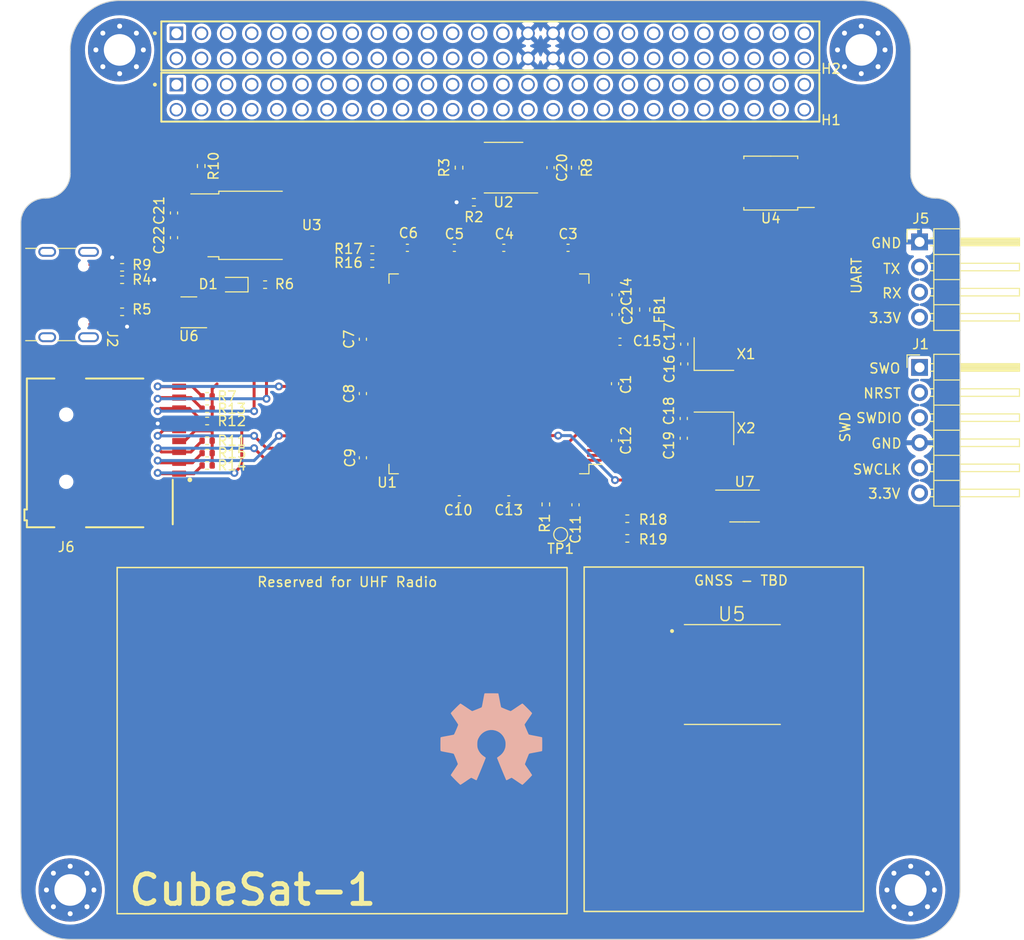
<source format=kicad_pcb>
(kicad_pcb (version 20221018) (generator pcbnew)
  (layers (0 "F.Cu" signal) (31 "B.Cu" power) (34 "B.Paste" user) (35 "F.Paste" user) (36 "B.SilkS" user "B.Silkscreen") (37 "F.SilkS" user "F.Silkscreen") (38 "B.Mask" user) (39 "F.Mask" user) (44 "Edge.Cuts" user))
  (net 0 "")
  (net 1 "VDD")
  (net 2 "GND")
  (net 3 "VDDA")
  (net 4 "/Sheet: Microcontroller/NRST")
  (net 5 "/Sheet: Microcontroller/PH0")
  (net 6 "/Sheet: Microcontroller/PH1")
  (net 7 "Net-(U1-PC15)")
  (net 8 "Net-(U1-PC14)")
  (net 9 "+5V")
  (net 10 "/Sheet: Microcontroller/VDD_5V")
  (net 11 "/Sheet: PowerSupply/PWR_LED_K")
  (net 12 "/Sheet: Connectors/SWCLK")
  (net 13 "/Sheet: Connectors/SWDIO")
  (net 14 "/Sheet: Connectors/SWO")
  (net 15 "/Sheet: Connectors/VBUS_USB")
  (net 16 "Net-(J2-CC1)")
  (net 18 "Net-(J2-CC2)")
  (net 21 "/Sheet: Connectors/GLO_I2C_SDA")
  (net 22 "/Sheet: Connectors/GLO_I2C_SCL")
  (net 23 "/Sheet: Connectors/VBUS_EPS")
  (net 24 "/Sheet: Connectors/CAN_H")
  (net 25 "/Sheet: Connectors/CAN_L")
  (net 26 "/Sheet: Connectors/UART_RX")
  (net 27 "/Sheet: Connectors/UART_TX")
  (net 28 "/Sheet: Memory/SDMMC_D2")
  (net 29 "/Sheet: Memory/SDMMC_D3")
  (net 30 "/Sheet: Memory/SDMMC_CMD")
  (net 31 "/Sheet: Memory/SDMMC_CK")
  (net 32 "/Sheet: Memory/SDMMC_D0")
  (net 33 "/Sheet: Memory/SDMMC_D1")
  (net 34 "Net-(U1-BOOT0)")
  (net 35 "Net-(U2-Rs)")
  (net 41 "/Sheet: Memory/SDMMC_CD")
  (net 126 "/Sheet: Connectors/USB_D+")
  (net 127 "/Sheet: Connectors/USB_D-")
  (net 128 "CAN_RX")
  (net 129 "/Sheet: Memory/FRAM_CS")
  (net 130 "/Sheet: Memory/FRAM_SO")
  (net 131 "/Sheet: Memory/FRAM_SI")
  (net 132 "/Sheet: Memory/FRAM_SCK")
  (net 136 "/Sheet: GNSS/GNSS_UART_TX")
  (net 137 "/Sheet: GNSS/GNSS_UART_RX")
  (net 142 "I2C_SDA")
  (net 143 "I2C_SCL")
  (net 146 "Net-(U5-GND_RF-Pad10)")
  (net 148 "CAN_TX")
  (net 244 "Net-(J2-D+-PadA6)")
  (net 245 "Net-(J2-D--PadA7)")
  (footprint "Resistor_SMD:R_0402_1005Metric" (layer "F.Cu") (at 106.075 66.765 -90)
    (fp_text reference "R8")
    (fp_text value "0" hide)
  )
  (footprint "Capacitor_SMD:C_0402_1005Metric" (layer "F.Cu") (at 84.6 84.125 90)
    (fp_text reference "C7")
    (fp_text value "100n" hide)
  )
  (footprint "Capacitor_SMD:C_0402_1005Metric" (layer "F.Cu") (at 65.5 73.85 90)
    (fp_text reference "C22")
    (fp_text value "2.2u" hide)
  )
  (footprint "Capacitor_SMD:C_0402_1005Metric" (layer "F.Cu") (at 84.6 96.125 90)
    (fp_text reference "C9")
    (fp_text value "100n" hide)
  )
  (footprint "Resistor_SMD:R_0402_1005Metric" (layer "F.Cu") (at 74.7125 78.6)
    (fp_text reference "R6")
    (fp_text value "1k" hide)
  )
  (footprint "Resistor_SMD:R_0402_1005Metric" (layer "F.Cu") (at 68.85 91.15)
    (fp_text reference "R13")
    (fp_text value "47k" hide)
  )
  (footprint "Resistor_SMD:R_0402_1005Metric" (layer "F.Cu") (at 68.85 92.4)
    (fp_text reference "R12")
    (fp_text value "47k" hide)
  )
  (footprint "Crystal:Crystal_SMD_3225-4Pin_3.2x2.5mm" (layer "F.Cu") (at 120.1 93.145 180)
    (fp_text reference "X2")
    (fp_text value "32.768kHz")
  )
  (footprint "Resistor_SMD:R_0402_1005Metric" (layer "F.Cu") (at 68.25 66.6 -90)
    (fp_text reference "R10")
    (fp_text value "0" hide)
  )
  (footprint "MountingHole:MountingHole_3.2mm_M3_Pad_Via" (layer "F.Cu") (at 55 139.85 180)
    (fp_text reference "MH3" hide)
    (fp_text value "MountingHole" hide)
  )
  (footprint "Capacitor_SMD:C_0402_1005Metric" (layer "F.Cu") (at 117.05 92.145 -90)
    (fp_text reference "C18")
    (fp_text value "2p" hide)
  )
  (footprint "LED_SMD:LED_0603_1608Metric" (layer "F.Cu") (at 71.5 78.6 180)
    (fp_text reference "D1")
    (fp_text value "Green" hide)
  )
  (footprint "Inductor_SMD:L_0603_1608Metric" (layer "F.Cu") (at 113.1 81.125 -90)
    (fp_text reference "FB1")
    (fp_text value "120R" hide)
  )
  (footprint "Package_SO:MSOP-8_3x3mm_P0.65mm" (layer "F.Cu") (at 123.2 101)
    (fp_text reference "U7")
    (fp_text value "MCP9804_MSOP" hide)
  )
  (footprint "Connector_Card:GCT_MEM2075-00-140-01-A" (layer "F.Cu") (at 54.6 95.15 -90)
    (fp_text reference "J6")
    (fp_text value "Micro_SD_Card" hide)
  )
  (footprint "Capacitor_SMD:C_0402_1005Metric" (layer "F.Cu") (at 84.6 89.625 90)
    (fp_text reference "C8")
    (fp_text value "100n" hide)
  )
  (footprint "Capacitor_SMD:C_0402_1005Metric" (layer "F.Cu") (at 105.35 74.875)
    (fp_text reference "C3")
    (fp_text value "100n" hide)
  )
  (footprint "Resistor_SMD:R_0402_1005Metric" (layer "F.Cu") (at 68.85 89.9)
    (fp_text reference "R7")
    (fp_text value "10k" hide)
  )
  (footprint "Resistor_SMD:R_0402_1005Metric" (layer "F.Cu") (at 103.1 100.835 90)
    (fp_text reference "R1")
    (fp_text value "10k" hide)
  )
  (footprint "Capacitor_SMD:C_0402_1005Metric" (layer "F.Cu") (at 110.1 94.375 -90)
    (fp_text reference "C12")
    (fp_text value "100n" hide)
  )
  (footprint "Resistor_SMD:R_0402_1005Metric" (layer "F.Cu") (at 111.34 104.275)
    (fp_text reference "R19")
    (fp_text value "2.2k" hide)
  )
  (footprint "Capacitor_SMD:C_0402_1005Metric" (layer "F.Cu") (at 117.1 86.625 90)
    (fp_text reference "C16")
    (fp_text value "10p" hide)
  )
  (footprint "Connector_PinHeader_2.54mm:PinHeader_1x04_P2.54mm_Horizontal" (layer "F.Cu") (at 140.9 74.28)
    (fp_text reference "J5")
    (fp_text value "UART")
  )
  (footprint "Package_TO_SOT_SMD:SOT-23-6" (layer "F.Cu") (at 67 81.4 180)
    (fp_text reference "U6")
    (fp_text value "USBLC6-2SC6" hide)
  )
  (footprint "Crystal:Crystal_SMD_3225-4Pin_3.2x2.5mm" (layer "F.Cu") (at 120.1 85.625)
    (fp_text reference "X1")
    (fp_text value "16MHz")
  )
  (footprint "Capacitor_SMD:C_0402_1005Metric" (layer "F.Cu") (at 103.575 66.765 -90)
    (fp_text reference "C20")
    (fp_text value "100n" hide)
  )
  (footprint "Resistor_SMD:R_0402_1005Metric" (layer "F.Cu") (at 68.85 96.9)
    (fp_text reference "R14")
    (fp_text value "47k" hide)
  )
  (footprint "Resistor_SMD:R_0402_1005Metric" (layer "F.Cu") (at 60.25 76.85)
    (fp_text reference "R9")
    (fp_text value "0" hide)
  )
  (footprint "Capacitor_SMD:C_0402_1005Metric" (layer "F.Cu") (at 117.1 84.625 -90)
    (fp_text reference "C17")
    (fp_text value "10p" hide)
  )
  (footprint "Package_SO:SOIC-8_5.23x5.23mm_P1.27mm" (layer "F.Cu") (at 125.85 68.325 180)
    (fp_text reference "U4")
    (fp_text value "CY15B102QN-50SXE" hide)
  )
  (footprint "Resistor_SMD:R_0402_1005Metric" (layer "F.Cu") (at 60.25 78.1)
    (fp_text reference "R4")
    (fp_text value "5.1k" hide)
  )
  (footprint "Capacitor_SMD:C_0402_1005Metric" (layer "F.Cu") (at 94.35 100.325 180)
    (fp_text reference "C10")
    (fp_text value "100n" hide)
  )
  (footprint "Resistor_SMD:R_0402_1005Metric" (layer "F.Cu") (at 111.34 102.285)
    (fp_text reference "R18")
    (fp_text value "2.2k" hide)
  )
  (footprint "Package_TO_SOT_SMD:TO-252-3_TabPin2" (layer "F.Cu") (at 73.34 72.6)
    (fp_text reference "U3")
    (fp_text value "LD39150" hide)
  )
  (footprint "Connector_PinHeader_2.54mm:PinHeader_1x06_P2.54mm_Horizontal" (layer "F.Cu") (at 140.9 86.98)
    (fp_text reference "J1")
    (fp_text value "SWD")
  )
  (footprint "Capacitor_SMD:C_0402_1005Metric" (layer "F.Cu") (at 110.15 79.625 90)
    (fp_text reference "C14")
    (fp_text value "100n" hide)
  )
  (footprint "Resistor_SMD:R_0402_1005Metric" (layer "F.Cu") (at 60.25 81.35)
    (fp_text reference "R5")
    (fp_text value "5.1k" hide)
  )
  (footprint "Capacitor_SMD:C_0402_1005Metric" (layer "F.Cu") (at 99.35 100.325 180)
    (fp_text reference "C13")
    (fp_text value "4.7u" hide)
  )
  (footprint "Resistor_SMD:R_0402_1005Metric" (layer "F.Cu") (at 95.825 70.265 180)
    (fp_text reference "R2")
    (fp_text value "10k" hide)
  )
  (footprint "Capacitor_SMD:C_0402_1005Metric" (layer "F.Cu") (at 65.5 71.35 -90)
    (fp_text reference "C21")
    (fp_text value "1u" hide)
  )
  (footprint "Capacitor_SMD:C_0402_1005Metric" (layer "F.Cu") (at 110.1 88.625 -90)
    (fp_text reference "C1")
    (fp_text value "100n" hide)
  )
  (footprint "Package_SO:SOIC-8_3.9x4.9mm_P1.27mm" (layer "F.Cu") (at 98.825 66.765 180)
    (fp_text reference "U2")
    (fp_text value "MCP2551-I-SN" hide)
  )
  (footprint "Package_QFP:LQFP-144_20x20mm_P0.5mm" (layer "F.Cu") (at 97.35 87.625 180)
    (fp_text reference "U1")
    (fp_text value "STM32F767ZITx")
  )
  (footprint "MountingHole:MountingHole_3.2mm_M3_Pad_Via" (layer "F.Cu") (at 60 54.85 180)
    (fp_text reference "MH2" hide)
    (fp_text value "MountingHole" hide)
  )
  (footprint "Capacitor_SMD:C_0402_1005Metric" (layer "F.Cu") (at 93.85 74.875)
    (fp_text reference "C5")
    (fp_text value "100n" hide)
  )
  (footprint "Capacitor_SMD:C_0402_1005Metric" (layer "F.Cu") (at 110.6 84.375)
    (fp_text reference "C15")
    (fp_text value "100n" hide)
  )
  (footprint "ESQ-126-39-G-D:SAMTEC_ESQ-126-39-G-D" (layer "F.Cu") (at 65.74 53.17 180)
    (fp_text reference "H2")
    (fp_text value "ESQ-126-39-G-D" hide)
  )
  (footprint "Connector_USB:USB_C_Receptacle_GCT_USB4105-xx-A_16P_TopMnt_Horizontal" (layer "F.Cu") (at 53.75 79.6 -90)
    (fp_text reference "J2")
    (fp_text value "USB_C")
  )
  (footprint "Capacitor_SMD:C_0402_1005Metric" (layer "F.Cu") (at 110.15 81.625 90)
    (fp_text reference "C2")
    (fp_text value "100n" hide)
  )
  (footprint "Resistor_SMD:R_0402_1005Metric" (layer "F.Cu") (at 85.55 75.075 180)
    (fp_text reference "R17")
    (fp_text value "2.2k" hide)
  )
  (footprint "MountingHole:MountingHole_3.2mm_M3_Pad_Via" (layer "F.Cu") (at 135 54.85 180)
    (fp_text reference "MH1" hide)
    (fp_text value "MountingHole" hide)
  )
  (footprint "TESEO-LIV3F:TESEO-LIV3F" (layer "F.Cu") (at 121.9625 118.05 90)
    (fp_text reference "U5")
    (fp_text value "TESEO-LIV3F" hide)
  )
  (footprint "Resistor_SMD:R_0402_1005Metric" (layer "F.Cu") (at 94.325 66.765 90)
    (fp_text reference "R3")
    (fp_text value "120" hide)
  )
  (footprint "TestPoint:TestPoint_Pad_D1.0mm" (layer "F.Cu") (at 104.6 103.875 180)
    (fp_text reference "TP1")
    (fp_text value "BOOT0" hide)
  )
  (footprint "ESQ-126-39-G-D:SAMTEC_ESQ-126-39-G-D" (layer "F.Cu") (at 65.74 58.36 180)
    (fp_text reference "H1")
    (fp_text value "ESQ-126-39-G-D" hide)
  )
  (footprint "Resistor_SMD:R_0402_1005Metric" (layer "F.Cu") (at 68.85 94.4)
    (fp_text reference "R11")
    (fp_text value "47k" hide)
  )
  (footprint "Capacitor_SMD:C_0402_1005Metric" (layer "F.Cu") (at 89.1 74.875)
    (fp_text reference "C6")
    (fp_text value "100n" hide)
  )
  (footprint "Capacitor_SMD:C_0402_1005Metric" (layer "F.Cu") (at 106.1 100.875 -90)
    (fp_text reference "C11")
    (fp_text value "100n" hide)
  )
  (footprint "Resistor_SMD:R_0402_1005Metric" (layer "F.Cu") (at 85.55 76.475 180)
    (fp_text reference "R16")
    (fp_text value "2.2k" hide)
  )
  (footprint "Capacitor_SMD:C_0402_1005Metric" (layer "F.Cu") (at 117.05 94.145 90)
    (fp_text reference "C19")
    (fp_text value "2p" hide)
  )
  (footprint "Resistor_SMD:R_0402_1005Metric" (layer "F.Cu") (at 68.85 95.65)
    (fp_text reference "R15")
    (fp_text value "47k" hide)
  )
  (footprint "MountingHole:MountingHole_3.2mm_M3_Pad_Via" (layer "F.Cu") (at 140 139.85 180)
    (fp_text reference "MH4" hide)
    (fp_text value "MountingHole" hide)
  )
  (footprint "Capacitor_SMD:C_0402_1005Metric" (layer "F.Cu") (at 98.85 74.875)
    (fp_text reference "C4")
    (fp_text value "100n" hide)
  )
  (footprint "LOGO" (layer "B.Cu") (at 97.572603 124.705917 180)
    (fp_text reference "G***" hide)
    (fp_text value "LOGO" hide)
  )
  (gr_rect (start 106.975 107.175) (end 135.225 142.025) (stroke (width 0.15)) (fill none) (layer "F.SilkS"))
  (gr_rect (start 59.75 107.225) (end 105.25 142.25) (stroke (width 0.15)) (fill none) (layer "F.SilkS"))
  (gr_arc (start 55 144.85) (mid 51.464466 143.385534) (end 50 139.85) (stroke (width 0.1)) (layer "Edge.Cuts"))
  (gr_line (start 140 54.85) (end 140 67.35) (stroke (width 0.1)) (layer "Edge.Cuts"))
  (gr_line (start 55 54.85) (end 55 67.35) (stroke (width 0.1)) (layer "Edge.Cuts"))
  (gr_arc (start 135 49.85) (mid 138.535534 51.314466) (end 140 54.85) (stroke (width 0.1)) (layer "Edge.Cuts"))
  (gr_line (start 145 72.35) (end 145 139.85) (stroke (width 0.1)) (layer "Edge.Cuts"))
  (gr_line (start 50 72.35) (end 50 139.85) (stroke (width 0.1)) (layer "Edge.Cuts"))
  (gr_line (start 135 49.85) (end 60 49.85) (stroke (width 0.1)) (layer "Edge.Cuts"))
  (gr_arc (start 142.5 69.85) (mid 144.267767 70.582233) (end 145 72.35) (stroke (width 0.1)) (layer "Edge.Cuts"))
  (gr_arc (start 55 54.85) (mid 56.464466 51.314466) (end 60 49.85) (stroke (width 0.1)) (layer "Edge.Cuts"))
  (gr_arc (start 55 67.35) (mid 54.267767 69.117767) (end 52.5 69.85) (stroke (width 0.1)) (layer "Edge.Cuts"))
  (gr_arc (start 145 139.85) (mid 143.535534 143.385534) (end 140 144.85) (stroke (width 0.1)) (layer "Edge.Cuts"))
  (gr_arc (start 142.5 69.85) (mid 140.732233 69.117767) (end 140 67.35) (stroke (width 0.1)) (layer "Edge.Cuts"))
  (gr_arc (start 50 72.35) (mid 50.732233 70.582233) (end 52.5 69.85) (stroke (width 0.1)) (layer "Edge.Cuts"))
  (gr_line (start 140 144.85) (end 55 144.85) (stroke (width 0.1)) (layer "Edge.Cuts"))
  (gr_text "GND" (at 137.55 94.675) (layer "F.SilkS") (effects (font (size 1 1))))
  (gr_text "CubeSat-1" (at 60.7 141.6) (layer "F.SilkS") (effects (font (size 3 3) (thickness 0.5) bold) (justify left bottom)))
  (gr_text "SWDIO" (at 136.8 92.1) (layer "F.SilkS") (effects (font (size 1 1))))
  (gr_text "3.3V" (at 137.325 99.75) (layer "F.SilkS") (effects (font (size 1 1))))
  (gr_text "NRST" (at 137.1 89.6) (layer "F.SilkS") (effects (font (size 1 1))))
  (gr_text "3.3V" (at 137.4 81.975) (layer "F.SilkS") (effects (font (size 1 1))))
  (gr_text "GNSS - TBD" (at 118 109.125) (layer "F.SilkS") (effects (font (size 1 1)) (justify left bottom)))
  (gr_text "RX" (at 138.1 79.475) (layer "F.SilkS") (effects (font (size 1 1))))
  (gr_text "Reserved for UHF Radio" (at 73.825 109.275) (layer "F.SilkS") (effects (font (size 1 1)) (justify left bottom)))
  (gr_text "SWO" (at 137.375 87.075) (layer "F.SilkS") (effects (font (size 1 1))))
  (gr_text "TX" (at 138.075 77) (layer "F.SilkS") (effects (font (size 1 1))))
  (gr_text "SWCLK" (at 136.6 97.3) (layer "F.SilkS") (effects (font (size 1 1))))
  (gr_text "GND" (at 137.525 74.4) (layer "F.SilkS") (effects (font (size 1 1))))
  (segment (start 108.0125 93.875) (end 110.08 93.875) (width 0.3) (layer "F.Cu") (net 1))
  (segment (start 69.36 91.15) (end 69.36 89.9) (width 0.3) (layer "F.Cu") (net 1))
  (segment (start 69.36 89.14) (end 69.85 88.65) (width 0.3) (layer "F.Cu") (net 1))
  (segment (start 88.6 76.9625) (end 88.6 74.895) (width 0.3) (layer "F.Cu") (net 1))
  (segment (start 94.848959 99.375) (end 94.85 99.375) (width 0.3) (layer "F.Cu") (net 1))
  (segment (start 94.85 99.375) (end 94.85 100.305) (width 0.3) (layer "F.Cu") (net 1))
  (segment (start 85.6 90.125) (end 84.62 90.125) (width 0.3) (layer "F.Cu") (net 1))
  (segment (start 99.85 99.375) (end 99.85 100.305) (width 0.3) (layer "F.Cu") (net 1))
  (segment (start 99.85 100.305) (end 99.83 100.325) (width 0.3) (layer "F.Cu") (net 1))
  (segment (start 67.6 93.4) (end 69.35 93.4) (width 0.3) (layer "F.Cu") (net 1))
  (segment (start 105.1 76.123959) (end 104.87 75.893959) (width 0.3) (layer "F.Cu") (net 1))
  (segment (start 69.36 95.65) (end 69.36 96.9) (width 0.3) (layer "F.Cu") (net 1))
  (segment (start 99.6 99.126041) (end 99.848959 99.375) (width 0.3) (layer "F.Cu") (net 1))
  (segment (start 85.6 84.623959) (end 85.6 84.625) (width 0.3) (layer "F.Cu") (net 1))
  (segment (start 66.02 94.43) (end 66.57 94.43) (width 0.3) (layer "F.Cu") (net 1))
  (segment (start 66.05 74.88) (end 65.5 74.33) (width 0.5) (layer "F.Cu") (net 1))
  (segment (start 106.1 98.2875) (end 106.1 100.325) (width 0.3) (layer "F.Cu") (net 1))
  (segment (start 85.6 84.625) (end 84.62 84.625) (width 0.3) (layer "F.Cu") (net 1))
  (segment (start 93.35 75.875) (end 93.35 74.895) (width 0.3) (layer "F.Cu") (net 1))
  (segment (start 109.1 82.123959) (end 109.1 82.125) (width 0.3) (layer "F.Cu") (net 1))
  (segment (start 108.851041 88.375) (end 109.081041 88.145) (width 0.3) (layer "F.Cu") (net 1))
  (segment (start 98.35 74.895) (end 98.37 74.875) (width 0.3) (layer "F.Cu") (net 1))
  (segment (start 109.1 82.125) (end 110.13 82.125) (width 0.3) (layer "F.Cu") (net 1))
  (segment (start 85.848959 89.875) (end 85.6 90.123959) (width 0.3) (layer "F.Cu") (net 1))
  (segment (start 99.848959 99.375) (end 99.85 99.375) (width 0.3) (layer "F.Cu") (net 1))
  (segment (start 69.36 93.41) (end 69.36 94.4) (width 0.3) (layer "F.Cu") (net 1))
  (segment (start 69.35 93.4) (end 69.36 93.41) (width 0.3) (layer "F.Cu") (net 1))
  (segment (start 84.62 84.625) (end 84.6 84.605) (width 0.3) (layer "F.Cu") (net 1))
  (segment (start 98.35 75.875) (end 98.35 74.895) (width 0.3) (layer "F.Cu") (net 1))
  (segment (start 110.15 82.105) (end 110.17 82.125) (width 0.3) (layer "F.Cu") (net 1))
  (segment (start 86.6875 89.875) (end 85.848959 89.875) (width 0.3) (layer "F.Cu") (net 1))
  (segment (start 98.351041 75.875) (end 98.35 75.875) (width 0.3) (layer "F.Cu") (net 1))
  (segment (start 84.62 90.125) (end 84.6 90.105) (width 0.3) (layer "F.Cu") (net 1))
  (segment (start 69.36 89.9) (end 69.36 89.14) (width 0.3) (layer "F.Cu") (net 1))
  (segment (start 108.0125 88.375) (end 108.851041 88.375) (width 0.3) (layer "F.Cu") (net 1))
  (segment (start 113.1 81.9125) (end 127.3875 81.9125) (width 0.3) (layer "F.Cu") (net 1))
  (segment (start 69.36 93.41) (end 69.36 92.4) (width 0.3) (layer "F.Cu") (net 1))
  (segment (start 88.6 74.895) (end 88.62 74.875) (width 0.3) (layer "F.Cu") (net 1))
  (segment (start 93.35 74.895) (end 93.37 74.875) (width 0.3) (layer "F.Cu") (net 1))
  (segment (start 94.6 99.126041) (end 94.848959 99.375) (width 0.3) (layer "F.Cu") (net 1))
  (segment (start 108.851041 81.875) (end 109.1 82.123959) (width 0.3) (layer "F.Cu") (net 1))
  (segment (start 93.6 76.123959) (end 93.351041 75.875) (width 0.3) (layer "F.Cu") (net 1))
  (segment (start 85.848959 84.375) (end 85.6 84.623959) (width 0.3) (layer "F.Cu") (net 1))
  (segment (start 85.6 90.123959) (end 85.6 90.125) (width 0.3) (layer "F.Cu") (net 1))
  (segment (start 85.85 96.375) (end 85.62 96.605) (width 0.3) (layer "F.Cu") (net 1))
  (segment (start 110.15 82.105) (end 110.13 82.125) (width 0.3) (layer "F.Cu") (net 1))
  (segment (start 93.6 76.9625) (end 93.6 76.123959) (width 0.3) (layer "F.Cu") (net 1))
  (segment (start 68.3 74.88) (end 66.05 74.88) (width 0.5) (layer "F.Cu") (net 1))
  (segment (start 93.351041 75.875) (end 93.35 75.875) (width 0.3) (layer "F.Cu") (net 1))
  (segment (start 69.36 92.4) (end 69.36 91.15) (width 0.3) (layer "F.Cu") (net 1))
  (segment (start 110.17 82.125) (end 112.8875 82.125) (width 0.3) (layer "F.Cu") (net 1))
  (segment (start 94.6 98.2875) (end 94.6 99.126041) (width 0.3) (layer "F.Cu") (net 1))
  (segment (start 69.36 94.4) (end 69.36 95.65) (width 0.3) (layer "F.Cu") (net 1))
  (segment (start 108.0125 81.875) (end 108.851041 81.875) (width 0.3) (layer "F.Cu") (net 1))
  (segment (start 105.1 76.9625) (end 105.1 76.123959) (width 0.3) (layer "F.Cu") (net 1))
  (segment (start 98.6 76.123959) (end 98.351041 75.875) (width 0.3) (layer "F.Cu") (net 1))
  (segment (start 112.8875 82.125) (end 113.1 81.9125) (width 0.3) (layer "F.Cu") (net 1))
  (segment (start 94.85 100.305) (end 94.83 100.325) (width 0.3) (layer "F.Cu") (net 1))
  (segment (start 86.6875 96.375) (end 85.85 96.375) (width 0.3) (layer "F.Cu") (net 1))
  (segment (start 109.081041 88.145) (end 110.1 88.145) (width 0.3) (layer "F.Cu") (net 1))
  (segment (start 98.6 76.9625) (end 98.6 76.123959) (width 0.3) (layer "F.Cu") (net 1))
  (segment (start 86.6875 84.375) (end 85.848959 84.375) (width 0.3) (layer "F.Cu") (net 1))
  (segment (start 99.6 98.2875) (end 99.6 99.126041) (width 0.3) (layer "F.Cu") (net 1))
  (segment (start 66.57 94.43) (end 67.6 93.4) (width 0.3) (layer "F.Cu") (net 1))
  (segment (start 110.08 93.875) (end 110.1 93.895) (width 0.3) (layer "F.Cu") (net 1))
  (segment (start 104.87 75.893959) (end 104.87 74.875) (width 0.3) (layer "F.Cu") (net 1))
  (segment (start 85.62 96.605) (end 84.6 96.605) (width 0.3) (layer "F.Cu") (net 1))
  (segment (start 98.851041 99.375) (end 98.85 99.375) (width 0.3) (layer "F.Cu") (net 2))
  (segment (start 84.62 83.625) (end 84.6 83.645) (width 0.3) (layer "F.Cu") (net 2))
  (segment (start 117.85 92.625) (end 117.05 92.625) (width 0.3) (layer "F.Cu") (net 2))
  (segment (start 94.35 75.875) (end 94.35 74.895) (width 0.3) (layer "F.Cu") (net 2))
  (segment (start 105.6 76.9625) (end 105.6 76.123959) (width 0.3) (layer "F.Cu") (net 2))
  (segment (start 103.1 101.345) (end 103.085 101.36) (width 0.3) (layer "F.Cu") (net 2))
  (segment (start 85.6 89.126041) (end 85.848959 89.375) (width 0.3) (layer "F.Cu") (net 2))
  (segment (start 64.27 92.23) (end 66.02 92.23) (width 0.3) (layer "F.Cu") (net 2))
  (segment (start 98.85 99.375) (end 98.85 100.305) (width 0.3) (layer "F.Cu") (net 2))
  (segment (start 108.851041 81.375) (end 109.081041 81.145) (width 0.3) (layer "F.Cu") (net 2))
  (segment (start 117.05 92.625) (end 117.05 93.665) (width 0.3) (layer "F.Cu") (net 2))
  (segment (start 66.27 72.6) (end 65.5 73.37) (width 0.5) (layer "F.Cu") (net 2))
  (segment (start 98.85 100.305) (end 98.87 100.325) (width 0.3) (layer "F.Cu") (net 2))
  (segment (start 94.1 99.126041) (end 93.851041 99.375) (width 0.3) (layer "F.Cu") (net 2))
  (segment (start 103.575 67.245) (end 101.455 67.245) (width 0.3) (layer "F.Cu") (net 2))
  (segment (start 85.6 83.625) (end 84.62 83.625) (width 0.3) (layer "F.Cu") (net 2))
  (segment (start 94.1 76.123959) (end 94.348959 75.875) (width 0.3) (layer "F.Cu") (net 2))
  (segment (start 94.1 98.2875) (end 94.1 99.126041) (width 0.3) (layer "F.Cu") (net 2))
  (segment (start 101.455 67.245) (end 101.3 67.4) (width 0.3) (layer "F.Cu") (net 2))
  (segment (start 85.6 95.626041) (end 85.6 95.625) (width 0.3) (layer "F.Cu") (net 2))
  (segment (start 60.76 82.84) (end 60.75 82.85) (width 0.5) (layer "F.Cu") (net 2))
  (segment (start 109.081041 81.145) (end 110.15 81.145) (width 0.3) (layer "F.Cu") (net 2))
  (segment (start 94.35 74.895) (end 94.33 74.875) (width 0.3) (layer "F.Cu") (net 2))
  (segment (start 93.85 99.375) (end 93.85 100.305) (width 0.3) (layer "F.Cu") (net 2))
  (segment (start 58.7 76.4) (end 59.25 75.85) (width 0.5) (layer "F.Cu") (net 2))
  (segment (start 86.6875 95.875) (end 85.848959 95.875) (width 0.3) (layer "F.Cu") (net 2))
  (segment (start 99.35 75.875) (end 99.35 74.895) (width 0.3) (layer "F.Cu") (net 2))
  (segment (start 85.6 89.125) (end 85.6 89.126041) (width 0.3) (layer "F.Cu") (net 2))
  (segment (start 105.85 74.895) (end 105.83 74.875) (width 0.3) (layer "F.Cu") (net 2))
  (segment (start 109.1 89.123959) (end 109.1 89.125) (width 0.3) (layer "F.Cu") (net 2))
  (segment (start 57.43 76.4) (end 58.7 76.4) (width 0.5) (layer "F.Cu") (net 2))
  (segment (start 118.18 92.295) (end 117.85 92.625) (width 0.3) (layer "F.Cu") (net 2))
  (segment (start 60.76 78.1) (end 63.5 78.1) (width 0.3) (layer "F.Cu") (net 2))
  (segment (start 85.848959 89.375) (end 86.6875 89.375) (width 0.3) (layer "F.Cu") (net 2))
  (segment (start 99.1 98.2875) (end 99.1 99.126041) (width 0.3) (layer "F.Cu") (net 2))
  (segment (start 95.315 70.265) (end 94.075 70.265) (width 0.3) (layer "F.Cu") (net 2))
  (segment (start 57.43 82.8) (end 60.7 82.8) (width 0.5) (layer "F.Cu") (net 2))
  (segment (start 105.6 76.123959) (end 105.848959 75.875) (width 0.3) (layer "F.Cu") (net 2))
  (segment (start 108.0125 81.375) (end 108.851041 81.375) (width 0.3) (layer "F.Cu") (net 2))
  (segment (start 105.848959 75.875) (end 105.85 75.875) (width 0.3) (layer "F.Cu") (net 2))
  (segment (start 66.27 72.6) (end 65.5 71.83) (width 0.5) (layer "F.Cu") (net 2))
  (segment (start 100.7 67.4) (end 101.3 67.4) (width 0.3) (layer "F.Cu") (net 2))
  (segment (start 63.85 92.65) (end 64.27 92.23) (width 0.3) (layer "F.Cu") (net 2))
  (segment (start 99.1 76.123959) (end 99.348959 75.875) (width 0.3) (layer "F.Cu") (net 2))
  (segment (start 60.76 81.35) (end 60.76 82.84) (width 0.5) (layer "F.Cu") (net 2))
  (segment (start 68.3 72.6) (end 66.27 72.6) (width 0.5) (layer "F.Cu") (net 2))
  (segment (start 85.848959 83.875) (end 85.6 83.626041) (width 0.3) (layer "F.Cu") (net 2))
  (segment (start 108.0125 88.875) (end 108.851041 88.875) (width 0.3) (layer "F.Cu") (net 2))
  (segment (start 60.7 82.8) (end 60.75 82.85) (width 0.5) (layer "F.Cu") (net 2))
  (segment (start 84.6 89.145) (end 85.58 89.145) (width 0.3) (layer "F.Cu") (net 2))
  (segment (start 85.6 83.626041) (end 85.6 83.625) (width 0.3) (layer "F.Cu") (net 2))
  (segment (start 86.6875 83.875) (end 85.848959 83.875) (width 0.3) (layer "F.Cu") (net 2))
  (segment (start 105.85 75.875) (end 105.85 74.895) (width 0.3) (layer "F.Cu") (net 2))
  (segment (start 85.6 95.625) (end 85.58 95.645) (width 0.3) (layer "F.Cu") (net 2))
  (segment (start 85.58 95.645) (end 84.6 95.645) (width 0.3) (layer "F.Cu") (net 2))
  (segment (start 85.58 89.145) (end 85.6 89.125) (width 0.3) (layer "F.Cu") (net 2))
  (segment (start 119 92.295) (end 118.18 92.295) (width 0.3) (layer "F.Cu") (net 2))
  (segment (start 94.348959 75.875) (end 94.35 75.875) (width 0.3) (layer "F.Cu") (net 2))
  (segment (start 110.08 89.125) (end 110.1 89.105) (width 0.3) (layer "F.Cu") (net 2))
  (segment (start 99.1 76.9625) (end 99.1 76.123959) (width 0.3) (layer "F.Cu") (net 2))
  (segment (start 99.35 74.895) (end 99.33 74.875) (width 0.3) (layer "F.Cu") (net 2))
  (segment (start 93.85 100.305) (end 93.87 100.325) (width 0.3) (layer "F.Cu") (net 2))
  (segment (start 109.1 89.125) (end 110.08 89.125) (width 0.3) (layer "F.Cu") (net 2))
  (segment (start 99.348959 75.875) (end 99.35 75.875) (width 0.3) (layer "F.Cu") (net 2))
  (segment (start 94.1 76.9625) (end 94.1 76.123959) (width 0.3) (layer "F.Cu") (net 2))
  (segment (start 93.851041 99.375) (end 93.85 99.375) (width 0.3) (layer "F.Cu") (net 2))
  (segment (start 99.1 99.126041) (end 98.851041 99.375) (width 0.3) (layer "F.Cu") (net 2))
  (segment (start 108.851041 88.875) (end 109.1 89.123959) (width 0.3) (layer "F.Cu") (net 2))
  (segment (start 85.848959 95.875) (end 85.6 95.626041) (width 0.3) (layer "F.Cu") (net 2))
  (via (at 60.75 82.85) (size 0.8) (drill 0.4) (layers "F.Cu" "B.Cu") (net 2))
  (via (at 63.85 92.65) (size 0.8) (drill 0.4) (layers "F.Cu" "B.Cu") (net 2))
  (via (at 63.5 78.1) (size 0.8) (drill 0.4) (layers "F.Cu" "B.Cu") (net 2))
  (via (at 94.075 70.265) (size 0.8) (drill 0.4) (layers "F.Cu" "B.Cu") (net 2))
  (via (at 59.25 75.85) (size 0.8) (drill 0.4) (layers "F.Cu" "B.Cu") (net 2))
  (segment (start 112.8675 80.105) (end 113.1 80.3375) (width 0.3) (layer "F.Cu") (net 3))
  (segment (start 108.851041 80.375) (end 109.1 80.126041) (width 0.3) (layer "F.Cu") (net 3))
  (segment (start 110.15 80.105) (end 112.8675 80.105) (width 0.3) (layer "F.Cu") (net 3))
  (segment (start 109.1 80.126041) (end 109.1 80.125) (width 0.3) (layer "F.Cu") (net 3))
  (segment (start 109.1 80.125) (end 110.13 80.125) (width 0.3) (layer "F.Cu") (net 3))
  (segment (start 108.0125 80.375) (end 108.851041 80.375) (width 0.3) (layer "F.Cu") (net 3))
  (segment (start 110.13 80.125) (end 110.15 80.105) (width 0.3) (layer "F.Cu") (net 3))
  (segment (start 110.12 84.375) (end 110.12 83.855) (width 0.3) (layer "F.Cu") (net 4))
  (segment (start 108.0125 84.375) (end 110.12 84.375) (width 0.3) (layer "F.Cu") (net 4))
  (segment (start 111.1 82.875) (end 122.6 82.875) (width 0.3) (layer "F.Cu") (net 4))
  (segment (start 110.12 83.855) (end 111.1 82.875) (width 0.3) (layer "F.Cu") (net 4))
  (segment (start 117.1 87.105) (end 118.37 87.105) (width 0.3) (layer "F.Cu") (net 5))
  (segment (start 117.08 87.125) (end 117.1 87.105) (width 0.3) (layer "F.Cu") (net 5))
  (segment (start 109.1 85.623959) (end 109.1 85.625) (width 0.3) (layer "F.Cu") (net 5))
  (segment (start 108.851041 85.375) (end 109.1 85.623959) (width 0.3) (layer "F.Cu") (net 5))
  (segment (start 109.1 85.625) (end 110.6 87.125) (width 0.3) (layer "F.Cu") (net 5))
  (segment (start 108.0125 85.375) (end 108.851041 85.375) (width 0.3) (layer "F.Cu") (net 5))
  (segment (start 110.6 87.125) (end 117.08 87.125) (width 0.3) (layer "F.Cu") (net 5))
  (segment (start 118.37 87.105) (end 119 86.475) (width 0.3) (layer "F.Cu") (net 5))
  (segment (start 109.35 84.875) (end 109.6 85.125) (width 0.3) (layer "F.Cu") (net 6))
  (segment (start 117.62 83.625) (end 120.6 83.625) (width 0.3) (layer "F.Cu") (net 6))
  (segment (start 108.0125 84.875) (end 109.35 84.875) (width 0.3) (layer "F.Cu") (net 6))
  (segment (start 111.6 85.125) (end 112.6 84.125) (width 0.3) (layer "F.Cu") (net 6))
  (segment (start 117.08 84.125) (end 117.1 84.145) (width 0.3) (layer "F.Cu") (net 6))
  (segment (start 112.6 84.125) (end 117.08 84.125) (width 0.3) (layer "F.Cu") (net 6))
  (segment (start 117.1 84.145) (end 117.62 83.625) (width 0.3) (layer "F.Cu") (net 6))
  (segment (start 121.2 84.225) (end 121.2 84.775) (width 0.3) (layer "F.Cu") (net 6))
  (segment (start 109.6 85.125) (end 111.6 85.125) (width 0.3) (layer "F.Cu") (net 6))
  (segment (start 120.6 83.625) (end 121.2 84.225) (width 0.3) (layer "F.Cu") (net 6))
  (segment (start 108.851041 92.375) (end 109.1 92.126041) (width 0.3) (layer "F.Cu") (net 7))
  (segment (start 117.6 91.125) (end 120.6 91.125) (width 0.3) (layer "F.Cu") (net 7))
  (segment (start 109.1 92.126041) (end 109.1 92.125) (width 0.3) (layer "F.Cu") (net 7))
  (segment (start 117.05 91.665) (end 117.06 91.665) (width 0.3) (layer "F.Cu") (net 7))
  (segment (start 109.1 92.125) (end 109.56 91.665) (width 0.3) (layer "F.Cu") (net 7))
  (segment (start 117.06 91.665) (end 117.6 91.125) (width 0.3) (layer "F.Cu") (net 7))
  (segment (start 108.0125 92.375) (end 108.851041 92.375) (width 0.3) (layer "F.Cu") (net 7))
  (segment (start 109.56 91.665) (end 117.05 91.665) (width 0.3) (layer "F.Cu") (net 7))
  (segment (start 121.2 91.725) (end 121.2 92.295) (width 0.3) (layer "F.Cu") (net 7))
  (segment (start 120.6 91.125) (end 121.2 91.725) (width 0.3) (layer "F.Cu") (net 7))
  (segment (start 112.1 94.625) (end 117.05 94.625) (width 0.3) (layer "F.Cu") (net 8))
  (segment (start 109.1 93.123959) (end 109.1 93.125) (width 0.3) (layer "F.Cu") (net 8))
  (segment (start 117.05 94.625) (end 118.37 94.625) (width 0.3) (layer "F.Cu") (net 8))
  (segment (start 110.6 93.125) (end 112.1 94.625) (width 0.3) (layer "F.Cu") (net 8))
  (segment (start 108.851041 92.875) (end 109.1 93.123959) (width 0.3) (layer "F.Cu") (net 8))
  (segment (start 108.0125 92.875) (end 108.851041 92.875) (width 0.3) (layer "F.Cu") (net 8))
  (segment (start 109.1 93.125) (end 110.6 93.125) (width 0.3) (layer "F.Cu") (net 8))
  (segment (start 118.37 94.625) (end 119 93.995) (width 0.3) (layer "F.Cu") (net 8))
  (segment (start 103.575 66.285) (end 101.455 66.285) (width 0.3) (layer "F.Cu") (net 9))
  (segment (start 101.455 66.285) (end 101.3 66.13) (width 0.3) (layer "F.Cu") (net 9))
  (segment (start 63.48 70.87) (end 65.5 70.87) (width 0.5) (layer "F.Cu") (net 10))
  (segment (start 68.3 70.32) (end 66.05 70.32) (width 0.5) (layer "F.Cu") (net 10))
  (segment (start 66.05 70.32) (end 65.5 70.87) (width 0.5) (layer "F.Cu") (net 10))
  (segment (start 68.25 70.27) (end 68.3 70.32) (width 0.5) (layer "F.Cu") (net 10))
  (segment (start 105.6 95.875) (end 90.1 95.875) (width 0.3) (layer "F.Cu") (net 12))
  (segment (start 90.1 95.875) (end 88.6 97.375) (width 0.3) (layer "F.Cu") (net 12))
  (segment (start 110.35 100.625) (end 105.6 95.875) (width 0.3) (layer "F.Cu") (net 12))
  (segment (start 88.6 97.375) (end 88.6 98.2875) (width 0.3) (layer "F.Cu") (net 12))
  (segment (start 88.6 94.875) (end 89.1 94.375) (width 0.3) (layer "F.Cu") (net 13))
  (segment (start 89.1 94.375) (end 89.6 93.875) (width 0.3) (layer "F.Cu") (net 13))
  (segment (start 110.1 98.375) (end 111.25 98.375) (width 0.3) (layer "F.Cu") (net 13))
  (segment (start 89.6 93.875) (end 104.35 93.875) (width 0.3) (layer "F.Cu") (net 13))
  (segment (start 86.6875 94.875) (end 88.6 94.875) (width 0.3) (layer "F.Cu") (net 13))
  (via (at 104.35 93.875) (size 0.8) (drill 0.4) (layers "F.Cu" "B.Cu") (net 13))
  (via (at 110.1 98.375) (size 0.8) (drill 0.4) (layers "F.Cu" "B.Cu") (net 13))
  (segment (start 105.6 93.875) (end 110.1 98.375) (width 0.3) (layer "B.Cu") (net 13))
  (segment (start 104.35 93.875) (end 105.6 93.875) (width 0.3) (layer "B.Cu") (net 13))
  (segment (start 59.74 76.85) (end 59.39 77.2) (width 0.5) (layer "F.Cu") (net 15))
  (segment (start 59.39 77.2) (end 57.43 77.2) (width 0.5) (layer "F.Cu") (net 15))
  (segment (start 57.43 78.35) (end 58.25 78.35) (width 0.3) (layer "F.Cu") (net 16))
  (segment (start 58.25 78.35) (end 58.5 78.1) (width 0.3) (layer "F.Cu") (net 16))
  (segment (start 58.5 78.1) (end 59.74 78.1) (width 0.3) (layer "F.Cu") (net 16))
  (segment (start 57.43 81.35) (end 59.74 81.35) (width 0.3) (layer "F.Cu") (net 18))
  (segment (start 68.29 66.05) (end 68.25 66.09) (width 0.5) (layer "F.Cu") (net 23))
  (segment (start 96.35 67.4) (end 94.45 67.4) (width 0.3) (layer "F.Cu") (net 24))
  (segment (start 94.45 67.4) (end 94.325 67.275) (width 0.3) (layer "F.Cu") (net 24))
  (segment (start 94.325 67.275) (end 93.655 67.945) (width 0.3) (layer "F.Cu") (net 24))
  (segment (start 94.45 66.13) (end 94.325 66.255) (width 0.3) (layer "F.Cu") (net 25))
  (segment (start 94.325 66.255) (end 93.475 65.405) (width 0.3) (layer "F.Cu") (net 25))
  (segment (start 96.35 66.13) (end 94.45 66.13) (width 0.3) (layer "F.Cu") (net 25))
  (segment (start 73.1 92.65) (end 77.8 92.65) (width 0.3) (layer "F.Cu") (net 28))
  (segment (start 68.34 96.9) (end 67.51 97.73) (width 0.3) (layer "F.Cu") (net 28))
  (segment (start 72.35 93.4) (end 73.1 92.65) (width 0.3) (layer "F.Cu") (net 28))
  (segment (start 67.51 97.73) (end 66.02 97.73) (width 0.3) (layer "F.Cu") (net 28))
  (segment (start 63.93 97.73) (end 63.85 97.65) (width 0.3) (layer "F.Cu") (net 28))
  (segment (start 71.6 97.65) (end 72.35 96.9) (width 0.3) (layer "F.Cu") (net 28))
  (segment (start 66.02 97.73) (end 63.93 97.73) (width 0.3) (layer "F.Cu") (net 28))
  (segment (start 89.6 99.126041) (end 89.6 98.2875) (width 0.3) (layer "F.Cu") (net 28))
  (segment (start 72.35 96.9) (end 72.35 93.4) (width 0.3) (layer "F.Cu") (net 28))
  (via (at 71.6 97.65) (size 0.8) (drill 0.4) (layers "F.Cu" "B.Cu") (net 28))
  (via (at 63.85 97.65) (size 0.8) (drill 0.4) (layers "F.Cu" "B.Cu") (net 28))
  (segment (start 71.6 97.65) (end 63.85 97.65) (width 0.3) (layer "B.Cu") (net 28))
  (segment (start 66.02 96.63) (end 67.36 96.63) (width 0.3) (layer "F.Cu") (net 29))
  (segment (start 67.36 96.63) (end 68.34 95.65) (width 0.3) (layer "F.Cu") (net 29))
  (segment (start 76.1 93.9) (end 77.85 93.9) (width 0.3) (layer "F.Cu") (net 29))
  (segment (start 64.08 96.63) (end 63.85 96.4) (width 0.3) (layer "F.Cu") (net 29))
  (segment (start 90.1 100.375) (end 90.1 98.2875) (width 0.3) (layer "F.Cu") (net 29))
  (segment (start 66.02 96.63) (end 64.08 96.63) (width 0.3) (layer "F.Cu") (net 29))
  (via (at 63.85 96.4) (size 0.8) (drill 0.4) (layers "F.Cu" "B.Cu") (net 29))
  (via (at 76.1 93.9) (size 0.8) (drill 0.4) (layers "F.Cu" "B.Cu") (net 29))
  (segment (start 73.6 96.4) (end 63.85 96.4) (width 0.3) (layer "B.Cu") (net 29))
  (segment (start 76.1 93.9) (end 73.6 96.4) (width 0.3) (layer "B.Cu") (net 29))
  (segment (start 67.21 95.53) (end 68.34 94.4) (width 0.3) (layer "F.Cu") (net 30))
  (segment (start 74.85 96.4) (end 77.9 96.4) (width 0.3) (layer "F.Cu") (net 30))
  (segment (start 92.1 101.875) (end 92.1 98.2875) (width 0.3) (layer "F.Cu") (net 30))
  (segment (start 64.23 95.53) (end 63.85 95.15) (width 0.3) (layer "F.Cu") (net 30))
  (segment (start 73.6 95.15) (end 74.85 96.4) (width 0.3) (layer "F.Cu") (net 30))
  (segment (start 66.02 95.53) (end 67.21 95.53) (width 0.3) (layer "F.Cu") (net 30))
  (segment (start 66.02 95.53) (end 64.23 95.53) (width 0.3) (layer "F.Cu") (net 30))
  (via (at 63.85 95.15) (size 0.8) (drill 0.4) (layers "F.Cu" "B.Cu") (net 30))
  (via (at 73.6 95.15) (size 0.8) (drill 0.4) (layers "F.Cu" "B.Cu") (net 30))
  (segment (start 73.6 95.15) (end 63.85 95.15) (width 0.3) (layer "B.Cu") (net 30))
  (segment (start 91.1 101.125) (end 91.1 99.875) (width 0.3) (layer "F.Cu") (net 31))
  (segment (start 91.1 99.875) (end 90.6 99.375) (width 0.3) (layer "F.Cu") (net 31))
  (segment (start 74.85 95.15) (end 77.85 95.15) (width 0.3) (layer "F.Cu") (net 31))
  (segment (start 73.6 93.9) (end 74.85 95.15) (width 0.3) (layer "F.Cu") (net 31))
  (segment (start 64.42 93.33) (end 63.85 93.9) (width 0.3) (layer "F.Cu") (net 31))
  (segment (start 66.02 93.33) (end 64.42 93.33) (width 0.3) (layer "F.Cu") (net 31))
  (segment (start 90.6 99.375) (end 90.6 98.2875) (width 0.3) (layer "F.Cu") (net 31))
  (via (at 63.85 93.9) (size 0.8) (drill 0.4) (layers "F.Cu" "B.Cu") (net 31))
  (via (at 73.6 93.9) (size 0.8) (drill 0.4) (layers "F.Cu" "B.Cu") (net 31))
  (segment (start 63.85 93.9) (end 73.6 93.9) (width 0.3) (layer "B.Cu") (net 31))
  (segment (start 67.07 91.13) (end 68.34 92.4) (width 0.3) (layer "F.Cu") (net 32))
  (segment (start 73.6 87.9) (end 73.6 91.4) (width 0.3) (layer "F.Cu") (net 32))
  (segment (start 66.02 91.13) (end 67.07 91.13) (width 0.3) (layer "F.Cu") (net 32))
  (segment (start 75.1 86.4) (end 77.85 86.4) (width 0.3) (layer "F.Cu") (net 32))
  (segment (start 75.1 86.4) (end 73.6 87.9) (width 0.3) (layer "F.Cu") (net 32))
  (segment (start 86.6875 91.375) (end 80.6 91.375) (width 0.3) (layer "F.Cu") (net 32))
  (segment (start 63.85 91.4) (end 64.12 91.13) (width 0.3) (layer "F.Cu") (net 32))
  (segment (start 64.12 91.13) (end 66.02 91.13) (width 0.3) (layer "F.Cu") (net 32))
  (via (at 73.6 91.4) (size 0.8) (drill 0.4) (layers "F.Cu" "B.Cu") (net 32))
  (via (at 63.85 91.4) (size 0.8) (drill 0.4) (layers "F.Cu" "B.Cu") (net 32))
  (segment (start 63.85 91.4) (end 73.6 91.4) (width 0.3) (layer "B.Cu") (net 32))
  (segment (start 86.6875 91.875) (end 85.6 91.875) (width 0.3) (layer "F.Cu") (net 33))
  (segment (start 63.97 90.03) (end 66.02 90.03) (width 0.3) (layer "F.Cu") (net 33))
  (segment (start 85.35 92.125) (end 84.85 92.625) (width 0.3) (layer "F.Cu") (net 33))
  (segment (start 74.85 88.4) (end 74.85 90.15) (width 0.3) (layer "F.Cu") (net 33))
  (segment (start 66.02 90.03) (end 67.22 90.03) (width 0.3) (layer "F.Cu") (net 33))
  (segment (start 75.6 87.65) (end 74.85 88.4) (width 0.3) (layer "F.Cu") (net 33))
  (segment (start 84.85 92.625) (end 81.1 92.625) (width 0.3) (layer "F.Cu") (net 33))
  (segment (start 85.6 91.875) (end 85.35 92.125) (width 0.3) (layer "F.Cu") (net 33))
  (segment (start 63.85 90.15) (end 63.97 90.03) (width 0.3) (layer "F.Cu") (net 33))
  (segment (start 67.22 90.03) (end 68.34 91.15) (width 0.3) (layer "F.Cu") (net 33))
  (segment (start 75.6 87.65) (end 77.85 87.65) (width 0.3) (layer "F.Cu") (net 33))
  (via (at 63.85 90.15) (size 0.8) (drill 0.4) (layers "F.Cu" "B.Cu") (net 33))
  (via (at 74.85 90.15) (size 0.8) (drill 0.4) (layers "F.Cu" "B.Cu") (net 33))
  (segment (start 63.85 90.15) (end 74.85 90.15) (width 0.3) (layer "B.Cu") (net 33))
  (segment (start 103.1 98.2875) (end 103.1 100.325) (width 0.3) (layer "F.Cu") (net 34))
  (segment (start 96.35 68.67) (end 96.35 70.25) (width 0.3) (layer "F.Cu") (net 35))
  (segment (start 96.35 70.25) (end 96.335 70.265) (width 0.3) (layer "F.Cu") (net 35))
  (segment (start 67.37 88.93) (end 68.34 89.9) (width 0.3) (layer "F.Cu") (net 41))
  (segment (start 106.6 93.375) (end 105.1 94.875) (width 0.3) (layer "F.Cu") (net 41))
  (segment (start 66.02 88.93) (end 67.37 88.93) (width 0.3) (layer "F.Cu") (net 41))
  (segment (start 90.1 94.875) (end 87.35 97.625) (width 0.3) (layer "F.Cu") (net 41))
  (segment (start 63.85 88.9) (end 63.88 88.93) (width 0.3) (layer "F.Cu") (net 41))
  (segment (start 108.0125 93.375) (end 106.6 93.375) (width 0.3) (layer "F.Cu") (net 41))
  (segment (start 87.35 97.625) (end 81.35 97.625) (width 0.3) (layer "F.Cu") (net 41))
  (segment (start 105.1 94.875) (end 90.1 94.875) (width 0.3) (layer "F.Cu") (net 41))
  (segment (start 63.88 88.93) (end 66.02 88.93) (width 0.3) (layer "F.Cu") (net 41))
  (segment (start 76.1 88.9) (end 77.85 88.9) (width 0.3) (layer "F.Cu") (net 41))
  (via (at 63.85 88.9) (size 0.8) (drill 0.4) (layers "F.Cu" "B.Cu") (net 41))
  (via (at 76.1 88.9) (size 0.8) (drill 0.4) (layers "F.Cu" "B.Cu") (net 41))
  (segment (start 63.85 88.9) (end 76.1 88.9) (width 0.3) (layer "B.Cu") (net 41))
  (segment (start 86.662501 94.350001) (end 86.6875 94.375) (width 0.2) (layer "F.Cu") (net 126))
  (segment (start 86.6875 94.375) (end 86.6625 94.35) (width 0.2) (layer "F.Cu") (net 126))
  (segment (start 86.662501 93.899999) (end 86.6875 93.875) (width 0.2) (layer "F.Cu") (net 127))
  (segment (start 86.6875 93.875) (end 86.6625 93.9) (width 0.2) (layer "F.Cu") (net 127))
  (segment (start 58.317501 79.325) (end 62.9068 79.325) (width 0.2) (layer "F.Cu") (net 244))
  (segment (start 58.292501 79.35) (end 58.317501 79.325) (width 0.2) (layer "F.Cu") (net 244))
  (segment (start 57.43 79.35) (end 58.255 79.35) (width 0.2) (layer "F.Cu") (net 244))
  (segment (start 58.255 80.35) (end 57.43 80.35) (width 0.2) (layer "F.Cu") (net 244))
  (segment (start 58.255 79.35) (end 58.5 79.595) (width 0.2) (layer "F.Cu") (net 244))
  (segment (start 58.5 79.595) (end 58.5 80.105) (width 0.2) (layer "F.Cu") (net 244))
  (segment (start 57.43 79.35) (end 58.292501 79.35) (width 0.2) (layer "F.Cu") (net 244))
  (segment (start 58.5 80.105) (end 58.255 80.35) (width 0.2) (layer "F.Cu") (net 244))
  (segment (start 56.25 79.6) (end 56.5 79.85) (width 0.2) (layer "F.Cu") (net 245))
  (segment (start 57.43 78.85) (end 56.605 78.85) (width 0.2) (layer "F.Cu") (net 245))
  (segment (start 56.5 79.85) (end 57.43 79.85) (width 0.2) (layer "F.Cu") (net 245))
  (segment (start 58.292501 78.85) (end 58.317501 78.875) (width 0.2) (layer "F.Cu") (net 245))
  (segment (start 58.317501 78.875) (end 63.0932 78.875) (width 0.2) (layer "F.Cu") (net 245))
  (segment (start 56.605 78.85) (end 56.25 79.205) (width 0.2) (layer "F.Cu") (net 245))
  (segment (start 57.43 78.85) (end 58.292501 78.85) (width 0.2) (layer "F.Cu") (net 245))
  (segment (start 56.25 79.205) (end 56.25 79.6) (width 0.2) (layer "F.Cu") (net 245))
  (zone (net 2) (net_name "GND") (layer "B.Cu") (connect_pads (clearance 0.3)) (min_thickness 0.25) (fill yes (thermal_gap 0.5) (thermal_bridge_width 0.5))
    (polygon (pts (xy 50 144.85) (xy 50 67.85) (xy 55 67.85) (xy 55 49.85) (xy 140 49.85) (xy 140 67.85) (xy 145.5 67.85) (xy 145 144.85)))
  )
)
</source>
